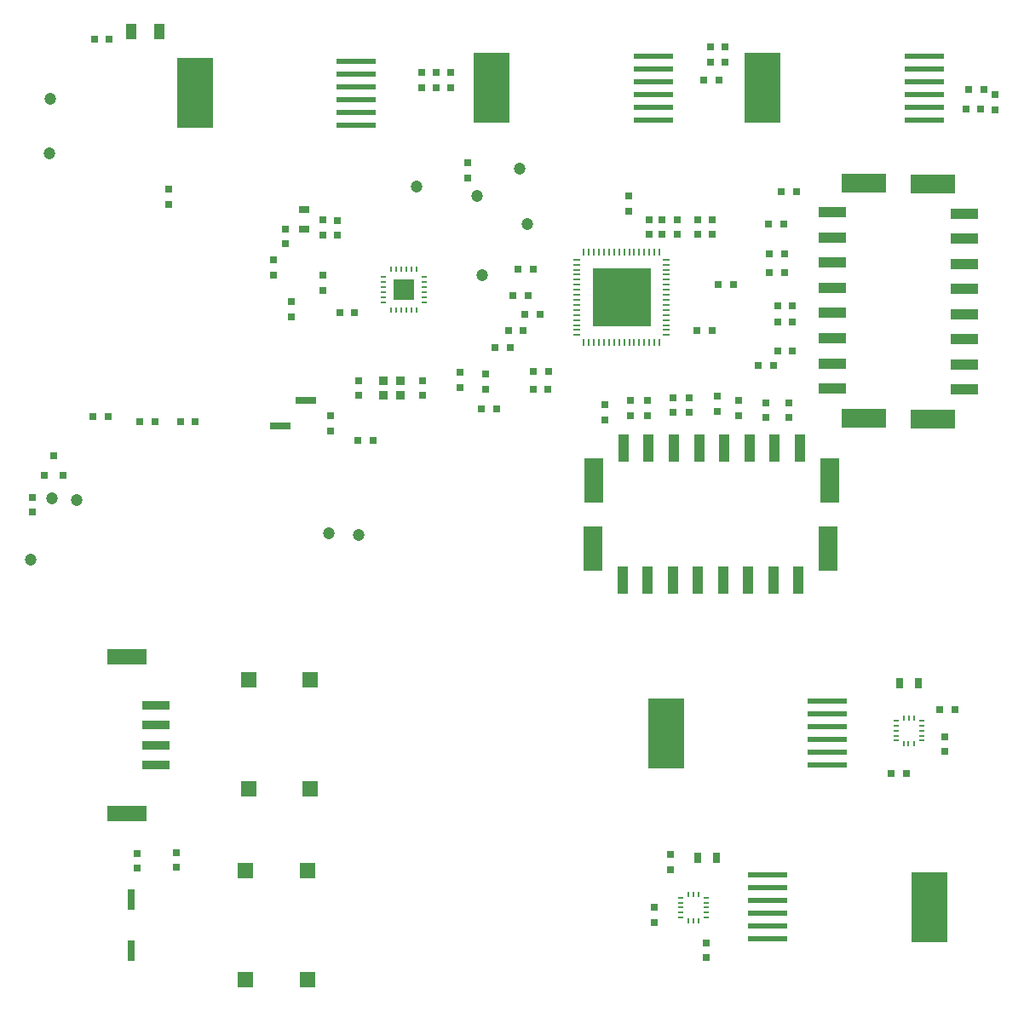
<source format=gtp>
G04 #@! TF.FileFunction,Paste,Top*
%FSLAX46Y46*%
G04 Gerber Fmt 4.6, Leading zero omitted, Abs format (unit mm)*
G04 Created by KiCad (PCBNEW 4.0.2+e4-6225~38~ubuntu14.04.1-stable) date Sat 13 Aug 2016 03:13:24 PM PDT*
%MOMM*%
G01*
G04 APERTURE LIST*
%ADD10C,0.150000*%
%ADD11R,0.800608X0.719328*%
%ADD12R,4.000000X0.608000*%
%ADD13R,3.600000X7.040000*%
%ADD14R,1.117600X0.711200*%
%ADD15R,1.120000X2.720000*%
%ADD16R,1.840000X4.480000*%
%ADD17R,2.720000X1.120000*%
%ADD18R,4.480000X1.840000*%
%ADD19R,2.032000X0.792480*%
%ADD20R,1.999488X1.999488*%
%ADD21O,0.199136X0.640080*%
%ADD22O,0.640080X0.199136*%
%ADD23R,0.200000X0.680000*%
%ADD24R,0.680000X0.200000*%
%ADD25R,5.720000X5.720000*%
%ADD26R,0.960000X0.880000*%
%ADD27R,0.800000X0.640000*%
%ADD28C,1.200000*%
%ADD29R,0.719328X0.800608*%
%ADD30R,1.000000X1.600000*%
%ADD31R,0.640080X0.640080*%
%ADD32R,1.599184X1.599184*%
%ADD33R,4.000000X1.600000*%
%ADD34R,2.712000X0.896000*%
%ADD35R,0.792480X2.032000*%
%ADD36R,0.480000X0.180000*%
%ADD37R,0.180000X0.480000*%
%ADD38R,0.711200X1.117600*%
G04 APERTURE END LIST*
D10*
D11*
X32500000Y-101748160D03*
X32500000Y-103251840D03*
D12*
X110700000Y-28875000D03*
X110700000Y-26335000D03*
X110700000Y-23795000D03*
X110700000Y-25065000D03*
X110700000Y-22525000D03*
X110700000Y-27605000D03*
D13*
X94650000Y-25700000D03*
D14*
X49080000Y-37777500D03*
X49080000Y-39682500D03*
D15*
X80750000Y-74600000D03*
X83250000Y-74600000D03*
X85750000Y-74600000D03*
X98250000Y-74600000D03*
X93250000Y-74600000D03*
X95750000Y-74600000D03*
D16*
X77800000Y-71450000D03*
D15*
X90750000Y-74600000D03*
X88250000Y-74600000D03*
D16*
X101200000Y-71450000D03*
D17*
X101600000Y-38050000D03*
X101600000Y-40550000D03*
X101600000Y-43050000D03*
X101600000Y-55550000D03*
X101600000Y-50550000D03*
X101600000Y-53050000D03*
D18*
X104750000Y-35100000D03*
D17*
X101600000Y-48050000D03*
X101600000Y-45550000D03*
D18*
X104750000Y-58500000D03*
D15*
X98350000Y-61500000D03*
X95850000Y-61500000D03*
X93350000Y-61500000D03*
X80850000Y-61500000D03*
X85850000Y-61500000D03*
X83350000Y-61500000D03*
D16*
X101300000Y-64650000D03*
D15*
X88350000Y-61500000D03*
X90850000Y-61500000D03*
D16*
X77900000Y-64650000D03*
D19*
X49270000Y-56730000D03*
X46730000Y-59270000D03*
D20*
X59010000Y-45730000D03*
D21*
X57760320Y-47728980D03*
X58260700Y-47728980D03*
X58761080Y-47728980D03*
X59258920Y-47728980D03*
X59759300Y-47728980D03*
X60259680Y-47728980D03*
D22*
X61008980Y-46979680D03*
X61008980Y-46479300D03*
X61008980Y-45978920D03*
X61008980Y-45481080D03*
X61008980Y-44980700D03*
X61008980Y-44480320D03*
D21*
X60259680Y-43731020D03*
X59759300Y-43731020D03*
X59258920Y-43731020D03*
X58761080Y-43731020D03*
X58260700Y-43731020D03*
X57760320Y-43731020D03*
D22*
X57011020Y-44480320D03*
X57011020Y-44980700D03*
X57011020Y-45481080D03*
X57011020Y-45978920D03*
X57011020Y-46479300D03*
X57011020Y-46979680D03*
D23*
X83910000Y-50940000D03*
X84410000Y-50940000D03*
X80910000Y-50940000D03*
X81410000Y-50940000D03*
X82410000Y-50940000D03*
X81910000Y-50940000D03*
X83410000Y-50940000D03*
X82910000Y-50940000D03*
X78910000Y-50940000D03*
X79410000Y-50940000D03*
X80410000Y-50940000D03*
X79910000Y-50940000D03*
X77910000Y-50940000D03*
X78410000Y-50940000D03*
X77410000Y-50940000D03*
X76910000Y-50940000D03*
D24*
X76210000Y-50240000D03*
X76210000Y-49740000D03*
X76210000Y-48740000D03*
X76210000Y-49240000D03*
X76210000Y-47240000D03*
X76210000Y-46740000D03*
X76210000Y-47740000D03*
X76210000Y-48240000D03*
X76210000Y-44240000D03*
X76210000Y-43740000D03*
X76210000Y-45240000D03*
X76210000Y-44740000D03*
X76210000Y-45740000D03*
X76210000Y-46240000D03*
X76210000Y-42740000D03*
X76210000Y-43240000D03*
D23*
X76910000Y-42040000D03*
X77410000Y-42040000D03*
X78410000Y-42040000D03*
X77910000Y-42040000D03*
X79910000Y-42040000D03*
X80410000Y-42040000D03*
X79410000Y-42040000D03*
X78910000Y-42040000D03*
X82910000Y-42040000D03*
X83410000Y-42040000D03*
X81910000Y-42040000D03*
X82410000Y-42040000D03*
X81410000Y-42040000D03*
X80910000Y-42040000D03*
X84410000Y-42040000D03*
X83910000Y-42040000D03*
D24*
X85110000Y-43240000D03*
X85110000Y-42740000D03*
X85110000Y-46240000D03*
X85110000Y-45740000D03*
X85110000Y-44740000D03*
X85110000Y-45220000D03*
X85110000Y-43740000D03*
X85110000Y-44240000D03*
X85110000Y-48240000D03*
X85110000Y-47740000D03*
X85110000Y-46740000D03*
X85110000Y-47240000D03*
X85110000Y-49240000D03*
X85110000Y-48740000D03*
X85110000Y-49740000D03*
X85110000Y-50240000D03*
D25*
X80660000Y-46490000D03*
D12*
X83800000Y-28875000D03*
X83800000Y-26335000D03*
X83800000Y-23795000D03*
X83800000Y-25065000D03*
X83800000Y-22525000D03*
X83800000Y-27605000D03*
D13*
X67750000Y-25700000D03*
D12*
X54300000Y-29375000D03*
X54300000Y-26835000D03*
X54300000Y-24295000D03*
X54300000Y-25565000D03*
X54300000Y-23025000D03*
X54300000Y-28105000D03*
D13*
X38250000Y-26200000D03*
D26*
X58650000Y-54800000D03*
X56950000Y-54800000D03*
X58650000Y-56200000D03*
X56950000Y-56200000D03*
D27*
X88200000Y-38750000D03*
X86200000Y-38750000D03*
X88200000Y-40250000D03*
X86200000Y-40250000D03*
D17*
X114700000Y-55650000D03*
X114700000Y-53150000D03*
X114700000Y-50650000D03*
X114700000Y-38150000D03*
X114700000Y-43150000D03*
X114700000Y-40650000D03*
D18*
X111550000Y-58600000D03*
D17*
X114700000Y-45650000D03*
X114700000Y-48150000D03*
D18*
X111550000Y-35200000D03*
D28*
X23900000Y-26800000D03*
X23800000Y-32200000D03*
X66300000Y-36400000D03*
X70500000Y-33700000D03*
X71300000Y-39200000D03*
X60300000Y-35500000D03*
X66800000Y-44300000D03*
X24000000Y-66500000D03*
X26500000Y-66600000D03*
X51600000Y-69900000D03*
X21900000Y-72600000D03*
X54500000Y-70100000D03*
D29*
X89448160Y-23100000D03*
X90951840Y-23100000D03*
D11*
X63700000Y-24148160D03*
X63700000Y-25651840D03*
X117800000Y-26348160D03*
X117800000Y-27851840D03*
D29*
X89448160Y-21600000D03*
X90951840Y-21600000D03*
X62251840Y-24100000D03*
X60748160Y-24100000D03*
X116651840Y-25800000D03*
X115148160Y-25800000D03*
X88848160Y-24900000D03*
X90351840Y-24900000D03*
X60748160Y-25700000D03*
X62251840Y-25700000D03*
X94248160Y-53300000D03*
X95751840Y-53300000D03*
X114848160Y-27800000D03*
X116351840Y-27800000D03*
D11*
X81500000Y-56748160D03*
X81500000Y-58251840D03*
D29*
X96148160Y-51800000D03*
X97651840Y-51800000D03*
D11*
X83200000Y-56748160D03*
X83200000Y-58251840D03*
D29*
X96148160Y-48900000D03*
X97651840Y-48900000D03*
D11*
X85800000Y-56448160D03*
X85800000Y-57951840D03*
D29*
X96148160Y-47300000D03*
X97651840Y-47300000D03*
D11*
X87400000Y-56448160D03*
X87400000Y-57951840D03*
D29*
X95348160Y-44000000D03*
X96851840Y-44000000D03*
D11*
X90200000Y-56348160D03*
X90200000Y-57851840D03*
D29*
X95348160Y-42200000D03*
X96851840Y-42200000D03*
D11*
X92300000Y-56748160D03*
X92300000Y-58251840D03*
D29*
X95248160Y-39200000D03*
X96751840Y-39200000D03*
D11*
X95000000Y-56948160D03*
X95000000Y-58451840D03*
D29*
X96548160Y-36000000D03*
X98051840Y-36000000D03*
D11*
X97300000Y-56948160D03*
X97300000Y-58451840D03*
D29*
X38301840Y-58850000D03*
X36798160Y-58850000D03*
X34301840Y-58850000D03*
X32798160Y-58850000D03*
X54448160Y-60700000D03*
X55951840Y-60700000D03*
X29601840Y-58325000D03*
X28098160Y-58325000D03*
D11*
X46025000Y-42748160D03*
X46025000Y-44251840D03*
X47225000Y-41176840D03*
X47225000Y-39673160D03*
X47850000Y-46948160D03*
X47850000Y-48451840D03*
X50975000Y-45801840D03*
X50975000Y-44298160D03*
D29*
X69551840Y-51500000D03*
X68048160Y-51500000D03*
X70901840Y-49750000D03*
X69398160Y-49750000D03*
X71351840Y-46300000D03*
X69848160Y-46300000D03*
X52628160Y-48030000D03*
X54131840Y-48030000D03*
X68251840Y-57600000D03*
X66748160Y-57600000D03*
X73351840Y-55600000D03*
X71848160Y-55600000D03*
X73391840Y-53890000D03*
X71888160Y-53890000D03*
D11*
X84700000Y-40251840D03*
X84700000Y-38748160D03*
X89700000Y-38748160D03*
X89700000Y-40251840D03*
D29*
X70348160Y-43700000D03*
X71851840Y-43700000D03*
D11*
X81400000Y-36448160D03*
X81400000Y-37951840D03*
X83400000Y-38748160D03*
X83400000Y-40251840D03*
X65400000Y-33148160D03*
X65400000Y-34651840D03*
X51000000Y-38808160D03*
X51000000Y-40311840D03*
D29*
X91751840Y-45200000D03*
X90248160Y-45200000D03*
X71048160Y-48200000D03*
X72551840Y-48200000D03*
X89651840Y-49800000D03*
X88148160Y-49800000D03*
D11*
X35625000Y-37276840D03*
X35625000Y-35773160D03*
X78950000Y-57148160D03*
X78950000Y-58651840D03*
X52420000Y-38828160D03*
X52420000Y-40331840D03*
X51700000Y-58248160D03*
X51700000Y-59751840D03*
X54500000Y-56251840D03*
X54500000Y-54748160D03*
X60900000Y-56251840D03*
X60900000Y-54748160D03*
X64630000Y-55461840D03*
X64630000Y-53958160D03*
X67100000Y-55601840D03*
X67100000Y-54098160D03*
D30*
X34675000Y-20100000D03*
X31925000Y-20100000D03*
D31*
X23250000Y-64200760D03*
X25150000Y-64200760D03*
X24200000Y-62201780D03*
D29*
X28248160Y-20800000D03*
X29751840Y-20800000D03*
D11*
X22100000Y-67851840D03*
X22100000Y-66348160D03*
D32*
X49701080Y-95300000D03*
X43600000Y-95300000D03*
X49701080Y-84474520D03*
X43600000Y-84474520D03*
D33*
X31500000Y-97800000D03*
X31500000Y-82200000D03*
D34*
X34400000Y-93000000D03*
X34400000Y-87000000D03*
X34400000Y-89000000D03*
X34400000Y-91000000D03*
D32*
X49401080Y-114325480D03*
X43300000Y-114325480D03*
X49401080Y-103500000D03*
X43300000Y-103500000D03*
D35*
X31900000Y-111440000D03*
X31900000Y-106360000D03*
D11*
X36400000Y-101648160D03*
X36400000Y-103151840D03*
D29*
X113751840Y-87500000D03*
X112248160Y-87500000D03*
X107448160Y-93800000D03*
X108951840Y-93800000D03*
D11*
X112800000Y-91651840D03*
X112800000Y-90148160D03*
D36*
X107925000Y-89050000D03*
X107925000Y-88550000D03*
X110475000Y-88550000D03*
X107925000Y-89545000D03*
X107925000Y-90050000D03*
X107925000Y-90550000D03*
D37*
X108700000Y-90825000D03*
X109165000Y-90825000D03*
X109700000Y-90825000D03*
D36*
X110475000Y-90550000D03*
X110475000Y-90050000D03*
X110475000Y-89545000D03*
X110475000Y-89050000D03*
D37*
X109700000Y-88275000D03*
X109185000Y-88275000D03*
X108700000Y-88275000D03*
D12*
X101100000Y-92975000D03*
X101100000Y-90435000D03*
X101100000Y-87895000D03*
X101100000Y-89165000D03*
X101100000Y-86625000D03*
X101100000Y-91705000D03*
D13*
X85050000Y-89800000D03*
D38*
X108247500Y-84800000D03*
X110152500Y-84800000D03*
D12*
X95200000Y-103925000D03*
X95200000Y-106465000D03*
X95200000Y-109005000D03*
X95200000Y-107735000D03*
X95200000Y-110275000D03*
X95200000Y-105195000D03*
D13*
X111250000Y-107100000D03*
D36*
X86525000Y-106650000D03*
X86525000Y-106150000D03*
X89075000Y-106150000D03*
X86525000Y-107145000D03*
X86525000Y-107650000D03*
X86525000Y-108150000D03*
D37*
X87300000Y-108425000D03*
X87765000Y-108425000D03*
X88300000Y-108425000D03*
D36*
X89075000Y-108150000D03*
X89075000Y-107650000D03*
X89075000Y-107145000D03*
X89075000Y-106650000D03*
D37*
X88300000Y-105875000D03*
X87785000Y-105875000D03*
X87300000Y-105875000D03*
D11*
X85550000Y-103401840D03*
X85550000Y-101898160D03*
X89060000Y-112141840D03*
X89060000Y-110638160D03*
X83900000Y-108651840D03*
X83900000Y-107148160D03*
D38*
X90122500Y-102200000D03*
X88217500Y-102200000D03*
M02*

</source>
